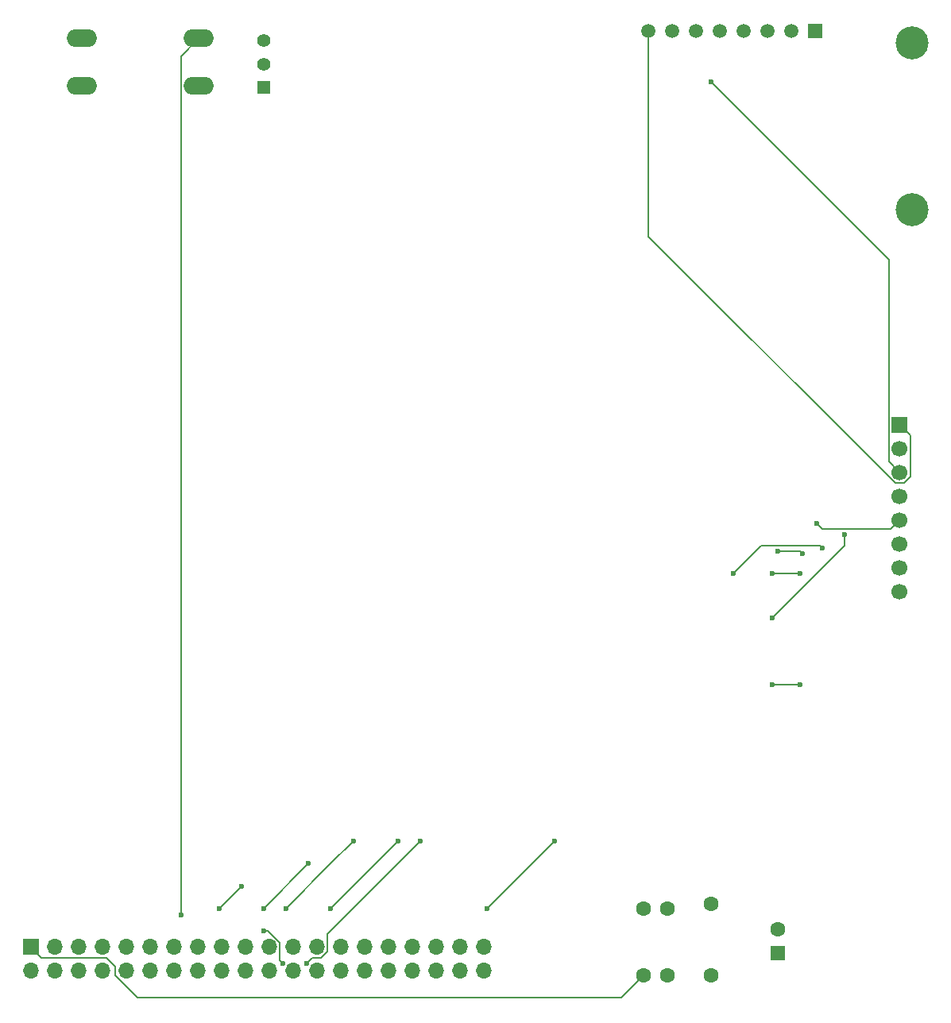
<source format=gbr>
%TF.GenerationSoftware,KiCad,Pcbnew,9.0.2*%
%TF.CreationDate,2025-06-25T13:35:58-04:00*%
%TF.ProjectId,PaperCam_Kicad,50617065-7243-4616-9d5f-4b696361642e,rev?*%
%TF.SameCoordinates,Original*%
%TF.FileFunction,Copper,L2,Bot*%
%TF.FilePolarity,Positive*%
%FSLAX46Y46*%
G04 Gerber Fmt 4.6, Leading zero omitted, Abs format (unit mm)*
G04 Created by KiCad (PCBNEW 9.0.2) date 2025-06-25 13:35:58*
%MOMM*%
%LPD*%
G01*
G04 APERTURE LIST*
G04 Aperture macros list*
%AMRoundRect*
0 Rectangle with rounded corners*
0 $1 Rounding radius*
0 $2 $3 $4 $5 $6 $7 $8 $9 X,Y pos of 4 corners*
0 Add a 4 corners polygon primitive as box body*
4,1,4,$2,$3,$4,$5,$6,$7,$8,$9,$2,$3,0*
0 Add four circle primitives for the rounded corners*
1,1,$1+$1,$2,$3*
1,1,$1+$1,$4,$5*
1,1,$1+$1,$6,$7*
1,1,$1+$1,$8,$9*
0 Add four rect primitives between the rounded corners*
20,1,$1+$1,$2,$3,$4,$5,0*
20,1,$1+$1,$4,$5,$6,$7,0*
20,1,$1+$1,$6,$7,$8,$9,0*
20,1,$1+$1,$8,$9,$2,$3,0*%
G04 Aperture macros list end*
%TA.AperFunction,ComponentPad*%
%ADD10C,1.600000*%
%TD*%
%TA.AperFunction,ComponentPad*%
%ADD11RoundRect,0.250000X0.550000X-0.550000X0.550000X0.550000X-0.550000X0.550000X-0.550000X-0.550000X0*%
%TD*%
%TA.AperFunction,ComponentPad*%
%ADD12R,1.700000X1.700000*%
%TD*%
%TA.AperFunction,ComponentPad*%
%ADD13O,1.700000X1.700000*%
%TD*%
%TA.AperFunction,ComponentPad*%
%ADD14R,1.508000X1.508000*%
%TD*%
%TA.AperFunction,ComponentPad*%
%ADD15C,1.508000*%
%TD*%
%TA.AperFunction,ComponentPad*%
%ADD16C,3.516000*%
%TD*%
%TA.AperFunction,ComponentPad*%
%ADD17R,1.408000X1.408000*%
%TD*%
%TA.AperFunction,ComponentPad*%
%ADD18C,1.408000*%
%TD*%
%TA.AperFunction,ComponentPad*%
%ADD19C,1.700000*%
%TD*%
%TA.AperFunction,ComponentPad*%
%ADD20O,3.200000X1.900000*%
%TD*%
%TA.AperFunction,ViaPad*%
%ADD21C,0.600000*%
%TD*%
%TA.AperFunction,Conductor*%
%ADD22C,0.200000*%
%TD*%
G04 APERTURE END LIST*
D10*
%TO.P,C1,1*%
%TO.N,+3V3*%
X76200000Y-104775000D03*
%TO.P,C1,2*%
%TO.N,GND*%
X78700000Y-104775000D03*
%TD*%
D11*
%TO.P,C3,1*%
%TO.N,+5V*%
X90487500Y-102393750D03*
D10*
%TO.P,C3,2*%
%TO.N,GND*%
X90487500Y-99893750D03*
%TD*%
%TO.P,R1,1*%
%TO.N,Net-(CameraButton1-Pad1)*%
X83343750Y-97155000D03*
%TO.P,R1,2*%
%TO.N,+3V3*%
X83343750Y-104775000D03*
%TD*%
%TO.P,C2,1*%
%TO.N,+3V3*%
X76200000Y-97631250D03*
%TO.P,C2,2*%
%TO.N,GND*%
X78700000Y-97631250D03*
%TD*%
D12*
%TO.P,RaspberryPiGPIO1,1,1*%
%TO.N,+3V3*%
X10863750Y-101742500D03*
D13*
%TO.P,RaspberryPiGPIO1,2,2*%
%TO.N,+5V*%
X10863750Y-104282500D03*
%TO.P,RaspberryPiGPIO1,3,3*%
%TO.N,unconnected-(RaspberryPiGPIO1-Pad3)*%
X13403750Y-101742500D03*
%TO.P,RaspberryPiGPIO1,4,4*%
%TO.N,unconnected-(RaspberryPiGPIO1-Pad4)*%
X13403750Y-104282500D03*
%TO.P,RaspberryPiGPIO1,5,5*%
%TO.N,unconnected-(RaspberryPiGPIO1-Pad5)*%
X15943750Y-101742500D03*
%TO.P,RaspberryPiGPIO1,6,6*%
%TO.N,GND*%
X15943750Y-104282500D03*
%TO.P,RaspberryPiGPIO1,7,7*%
%TO.N,unconnected-(RaspberryPiGPIO1-Pad7)*%
X18483750Y-101742500D03*
%TO.P,RaspberryPiGPIO1,8,8*%
%TO.N,unconnected-(RaspberryPiGPIO1-Pad8)*%
X18483750Y-104282500D03*
%TO.P,RaspberryPiGPIO1,9,9*%
%TO.N,GND*%
X21023750Y-101742500D03*
%TO.P,RaspberryPiGPIO1,10,10*%
%TO.N,unconnected-(RaspberryPiGPIO1-Pad10)*%
X21023750Y-104282500D03*
%TO.P,RaspberryPiGPIO1,11,11*%
%TO.N,Net-(CameraButton1-Pad1)*%
X23563750Y-101742500D03*
%TO.P,RaspberryPiGPIO1,12,12*%
%TO.N,unconnected-(RaspberryPiGPIO1-Pad12)*%
X23563750Y-104282500D03*
%TO.P,RaspberryPiGPIO1,13,13*%
%TO.N,unconnected-(RaspberryPiGPIO1-Pad13)*%
X26103750Y-101742500D03*
%TO.P,RaspberryPiGPIO1,14,14*%
%TO.N,unconnected-(RaspberryPiGPIO1-Pad14)*%
X26103750Y-104282500D03*
%TO.P,RaspberryPiGPIO1,15,15*%
%TO.N,unconnected-(RaspberryPiGPIO1-Pad15)*%
X28643750Y-101742500D03*
%TO.P,RaspberryPiGPIO1,16,16*%
%TO.N,/BUSY*%
X28643750Y-104282500D03*
%TO.P,RaspberryPiGPIO1,17,17*%
%TO.N,unconnected-(RaspberryPiGPIO1-Pad17)*%
X31183750Y-101742500D03*
%TO.P,RaspberryPiGPIO1,18,18*%
%TO.N,/RST*%
X31183750Y-104282500D03*
%TO.P,RaspberryPiGPIO1,19,19*%
%TO.N,/DIN*%
X33723750Y-101742500D03*
%TO.P,RaspberryPiGPIO1,20,20*%
%TO.N,unconnected-(RaspberryPiGPIO1-Pad20)*%
X33723750Y-104282500D03*
%TO.P,RaspberryPiGPIO1,21,21*%
%TO.N,unconnected-(RaspberryPiGPIO1-Pad21)*%
X36263750Y-101742500D03*
%TO.P,RaspberryPiGPIO1,22,22*%
%TO.N,/DC*%
X36263750Y-104282500D03*
%TO.P,RaspberryPiGPIO1,23,23*%
%TO.N,/CLK*%
X38803750Y-101742500D03*
%TO.P,RaspberryPiGPIO1,24,24*%
%TO.N,/CS*%
X38803750Y-104282500D03*
%TO.P,RaspberryPiGPIO1,25,25*%
%TO.N,unconnected-(RaspberryPiGPIO1-Pad25)*%
X41343750Y-101742500D03*
%TO.P,RaspberryPiGPIO1,26,26*%
%TO.N,unconnected-(RaspberryPiGPIO1-Pad26)*%
X41343750Y-104282500D03*
%TO.P,RaspberryPiGPIO1,27,27*%
%TO.N,unconnected-(RaspberryPiGPIO1-Pad27)*%
X43883750Y-101742500D03*
%TO.P,RaspberryPiGPIO1,28,28*%
%TO.N,unconnected-(RaspberryPiGPIO1-Pad28)*%
X43883750Y-104282500D03*
%TO.P,RaspberryPiGPIO1,29,29*%
%TO.N,unconnected-(RaspberryPiGPIO1-Pad29)*%
X46423750Y-101742500D03*
%TO.P,RaspberryPiGPIO1,30,30*%
%TO.N,unconnected-(RaspberryPiGPIO1-Pad30)*%
X46423750Y-104282500D03*
%TO.P,RaspberryPiGPIO1,31,31*%
%TO.N,unconnected-(RaspberryPiGPIO1-Pad31)*%
X48963750Y-101742500D03*
%TO.P,RaspberryPiGPIO1,32,32*%
%TO.N,unconnected-(RaspberryPiGPIO1-Pad32)*%
X48963750Y-104282500D03*
%TO.P,RaspberryPiGPIO1,33,33*%
%TO.N,unconnected-(RaspberryPiGPIO1-Pad33)*%
X51503750Y-101742500D03*
%TO.P,RaspberryPiGPIO1,34,34*%
%TO.N,unconnected-(RaspberryPiGPIO1-Pad34)*%
X51503750Y-104282500D03*
%TO.P,RaspberryPiGPIO1,35,35*%
%TO.N,unconnected-(RaspberryPiGPIO1-Pad35)*%
X54043750Y-101742500D03*
%TO.P,RaspberryPiGPIO1,36,36*%
%TO.N,unconnected-(RaspberryPiGPIO1-Pad36)*%
X54043750Y-104282500D03*
%TO.P,RaspberryPiGPIO1,37,37*%
%TO.N,/DIN*%
X56583750Y-101742500D03*
%TO.P,RaspberryPiGPIO1,38,38*%
%TO.N,unconnected-(RaspberryPiGPIO1-Pad38)*%
X56583750Y-104282500D03*
%TO.P,RaspberryPiGPIO1,39,39*%
%TO.N,unconnected-(RaspberryPiGPIO1-Pad39)*%
X59123750Y-101742500D03*
%TO.P,RaspberryPiGPIO1,40,40*%
%TO.N,unconnected-(RaspberryPiGPIO1-Pad40)*%
X59123750Y-104282500D03*
%TD*%
D14*
%TO.P,U1,1,VBUS*%
%TO.N,unconnected-(U1-VBUS-Pad1)*%
X94488000Y-4127500D03*
D15*
%TO.P,U1,2,VLIPO*%
%TO.N,unconnected-(U1-VLIPO-Pad2)*%
X91948000Y-4127500D03*
%TO.P,U1,3,VBAT*%
%TO.N,unconnected-(U1-VBAT-Pad3)*%
X89408000Y-4127500D03*
%TO.P,U1,4,EN*%
%TO.N,Net-(PowerSwitch1-B)*%
X86868000Y-4127500D03*
%TO.P,U1,5,GND*%
%TO.N,GND*%
X84328000Y-4127500D03*
%TO.P,U1,6,LBO*%
%TO.N,/DIN*%
X81788000Y-4127500D03*
%TO.P,U1,7,GND*%
%TO.N,GND*%
X79248000Y-4127500D03*
%TO.P,U1,8,5V*%
%TO.N,+5V*%
X76708000Y-4127500D03*
D16*
%TO.P,U1,P1*%
%TO.N,N/C*%
X104775000Y-5397500D03*
%TO.P,U1,P2*%
X104775000Y-23177500D03*
%TD*%
D17*
%TO.P,PowerSwitch1,1,A*%
%TO.N,GND*%
X35694745Y-10142305D03*
D18*
%TO.P,PowerSwitch1,2,B*%
%TO.N,Net-(PowerSwitch1-B)*%
X35694745Y-7642305D03*
%TO.P,PowerSwitch1,3,C*%
%TO.N,unconnected-(PowerSwitch1-C-Pad3)*%
X35694745Y-5142305D03*
%TD*%
D12*
%TO.P,Display1,1,Pin_1*%
%TO.N,+5V*%
X103460219Y-46071437D03*
D19*
%TO.P,Display1,2,Pin_2*%
%TO.N,GND*%
X103460219Y-48611437D03*
%TO.P,Display1,3,Pin_3*%
%TO.N,/DIN*%
X103460219Y-51151437D03*
%TO.P,Display1,4,Pin_4*%
%TO.N,/CLK*%
X103460219Y-53691437D03*
%TO.P,Display1,5,Pin_5*%
%TO.N,/CS*%
X103460219Y-56231437D03*
%TO.P,Display1,6,Pin_6*%
%TO.N,/DC*%
X103460219Y-58771437D03*
%TO.P,Display1,7,Pin_7*%
%TO.N,/RST*%
X103460219Y-61311437D03*
%TO.P,Display1,8,Pin_8*%
%TO.N,/BUSY*%
X103460219Y-63851437D03*
%TD*%
D20*
%TO.P,CameraButton1,1,1*%
%TO.N,Net-(CameraButton1-Pad1)*%
X28791828Y-4908870D03*
X16291828Y-4908870D03*
%TO.P,CameraButton1,2,2*%
%TO.N,GND*%
X28791828Y-9908870D03*
X16291828Y-9908870D03*
%TD*%
D21*
%TO.N,Net-(CameraButton1-Pad1)*%
X26934375Y-98371875D03*
%TO.N,/DC*%
X35718750Y-100012500D03*
X45243750Y-90487500D03*
X90487500Y-59531250D03*
X37708313Y-103493500D03*
X93128843Y-59791343D03*
X38100000Y-97631250D03*
%TO.N,/BUSY*%
X30956250Y-97631250D03*
X89887500Y-73818750D03*
X92868750Y-73818750D03*
X33337500Y-95250000D03*
%TO.N,/CS*%
X94661563Y-56561563D03*
X40248314Y-103493500D03*
X52387500Y-90487500D03*
%TO.N,/CLK*%
X50006250Y-90487500D03*
X95250000Y-59191343D03*
X42862500Y-97631250D03*
X85725000Y-61912500D03*
%TO.N,/RST*%
X89887500Y-61964274D03*
X92868750Y-61912500D03*
X35718750Y-97631250D03*
X40481250Y-92868750D03*
%TO.N,/DIN*%
X97631250Y-57750000D03*
X89887500Y-66675000D03*
X83343750Y-9525000D03*
X59531250Y-97631250D03*
X66675000Y-90487500D03*
%TD*%
D22*
%TO.N,+3V3*%
X19872750Y-104759260D02*
X22269740Y-107156250D01*
X12014750Y-102893500D02*
X18960510Y-102893500D01*
X22269740Y-107156250D02*
X73818750Y-107156250D01*
X19872750Y-103805740D02*
X19872750Y-104759260D01*
X73818750Y-107156250D02*
X76200000Y-104775000D01*
X18960510Y-102893500D02*
X19872750Y-103805740D01*
X10863750Y-101742500D02*
X12014750Y-102893500D01*
%TO.N,+5V*%
X104611219Y-51628197D02*
X103936979Y-52302437D01*
X104611219Y-47222437D02*
X104611219Y-51628197D01*
X103460219Y-46071437D02*
X104611219Y-47222437D01*
X102983459Y-52302437D02*
X76708000Y-26026978D01*
X76708000Y-26026978D02*
X76708000Y-4127500D01*
X103936979Y-52302437D02*
X102983459Y-52302437D01*
%TO.N,Net-(CameraButton1-Pad1)*%
X26890828Y-98328328D02*
X26934375Y-98371875D01*
X26890828Y-6809870D02*
X26890828Y-98328328D01*
X28791828Y-4908870D02*
X26890828Y-6809870D01*
%TO.N,/DC*%
X42862500Y-92868750D02*
X45243750Y-90487500D01*
X92868750Y-59531250D02*
X93128843Y-59791343D01*
X37414750Y-101265740D02*
X36161510Y-100012500D01*
X90487500Y-59531250D02*
X92868750Y-59531250D01*
X36161510Y-100012500D02*
X35718750Y-100012500D01*
X38100000Y-97631250D02*
X42862500Y-92868750D01*
X37708313Y-103493500D02*
X37414750Y-103199937D01*
X37414750Y-103199937D02*
X37414750Y-101265740D01*
%TO.N,/BUSY*%
X89887500Y-73818750D02*
X92868750Y-73818750D01*
X30956250Y-97631250D02*
X33337500Y-95250000D01*
%TO.N,/CS*%
X40248314Y-103493500D02*
X40848314Y-102893500D01*
X42494750Y-102219260D02*
X42494750Y-100380250D01*
X94661563Y-56561563D02*
X95250000Y-57150000D01*
X41820510Y-102893500D02*
X42494750Y-102219260D01*
X40848314Y-102893500D02*
X41820510Y-102893500D01*
X95250000Y-57150000D02*
X102541656Y-57150000D01*
X42494750Y-100380250D02*
X52387500Y-90487500D01*
X102541656Y-57150000D02*
X103460219Y-56231437D01*
%TO.N,/CLK*%
X85725000Y-61912500D02*
X88707250Y-58930250D01*
X94988907Y-58930250D02*
X95250000Y-59191343D01*
X88707250Y-58930250D02*
X94988907Y-58930250D01*
X42862500Y-97631250D02*
X50006250Y-90487500D01*
%TO.N,/RST*%
X35718750Y-97631250D02*
X40481250Y-92868750D01*
X89887500Y-61964274D02*
X92816976Y-61964274D01*
X92816976Y-61964274D02*
X92868750Y-61912500D01*
%TO.N,/DIN*%
X59531250Y-97631250D02*
X66675000Y-90487500D01*
X97631250Y-58931250D02*
X97631250Y-57750000D01*
X102309219Y-28490469D02*
X102309219Y-50000437D01*
X102309219Y-50000437D02*
X103460219Y-51151437D01*
X89887500Y-66675000D02*
X97631250Y-58931250D01*
X83343750Y-9525000D02*
X102309219Y-28490469D01*
%TD*%
M02*

</source>
